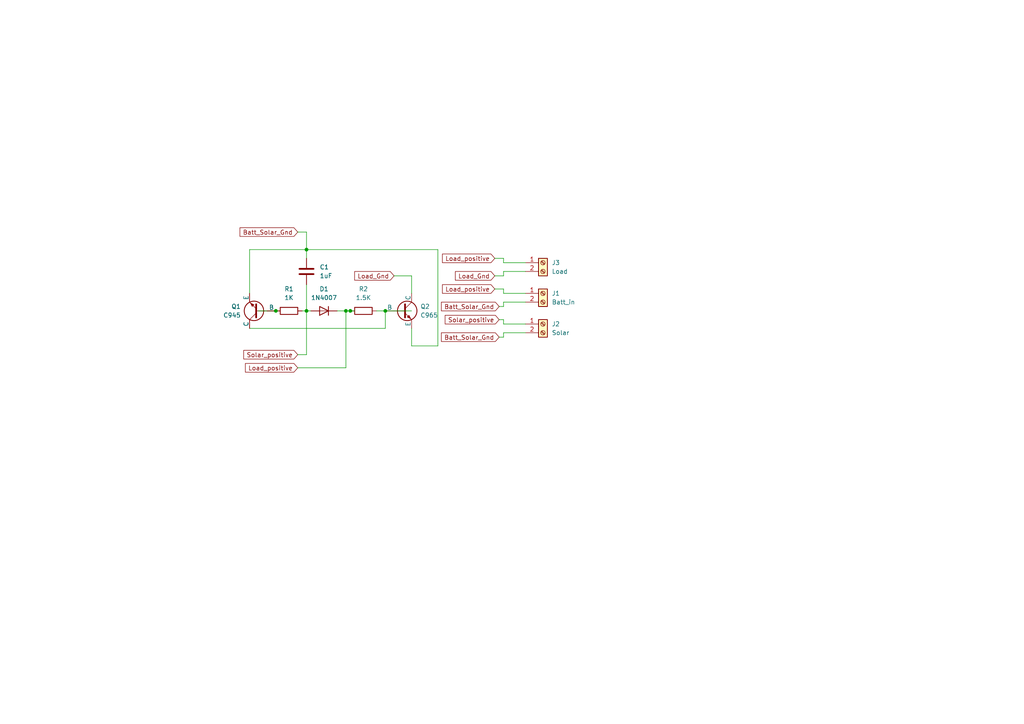
<source format=kicad_sch>
(kicad_sch
	(version 20231120)
	(generator "eeschema")
	(generator_version "8.0")
	(uuid "14dc060d-545e-4895-adae-17c989b4ed95")
	(paper "A4")
	(lib_symbols
		(symbol "Connector:Screw_Terminal_01x02"
			(pin_names
				(offset 1.016) hide)
			(exclude_from_sim no)
			(in_bom yes)
			(on_board yes)
			(property "Reference" "J"
				(at 0 2.54 0)
				(effects
					(font
						(size 1.27 1.27)
					)
				)
			)
			(property "Value" "Screw_Terminal_01x02"
				(at 0 -5.08 0)
				(effects
					(font
						(size 1.27 1.27)
					)
				)
			)
			(property "Footprint" ""
				(at 0 0 0)
				(effects
					(font
						(size 1.27 1.27)
					)
					(hide yes)
				)
			)
			(property "Datasheet" "~"
				(at 0 0 0)
				(effects
					(font
						(size 1.27 1.27)
					)
					(hide yes)
				)
			)
			(property "Description" "Generic screw terminal, single row, 01x02, script generated (kicad-library-utils/schlib/autogen/connector/)"
				(at 0 0 0)
				(effects
					(font
						(size 1.27 1.27)
					)
					(hide yes)
				)
			)
			(property "ki_keywords" "screw terminal"
				(at 0 0 0)
				(effects
					(font
						(size 1.27 1.27)
					)
					(hide yes)
				)
			)
			(property "ki_fp_filters" "TerminalBlock*:*"
				(at 0 0 0)
				(effects
					(font
						(size 1.27 1.27)
					)
					(hide yes)
				)
			)
			(symbol "Screw_Terminal_01x02_1_1"
				(rectangle
					(start -1.27 1.27)
					(end 1.27 -3.81)
					(stroke
						(width 0.254)
						(type default)
					)
					(fill
						(type background)
					)
				)
				(circle
					(center 0 -2.54)
					(radius 0.635)
					(stroke
						(width 0.1524)
						(type default)
					)
					(fill
						(type none)
					)
				)
				(polyline
					(pts
						(xy -0.5334 -2.2098) (xy 0.3302 -3.048)
					)
					(stroke
						(width 0.1524)
						(type default)
					)
					(fill
						(type none)
					)
				)
				(polyline
					(pts
						(xy -0.5334 0.3302) (xy 0.3302 -0.508)
					)
					(stroke
						(width 0.1524)
						(type default)
					)
					(fill
						(type none)
					)
				)
				(polyline
					(pts
						(xy -0.3556 -2.032) (xy 0.508 -2.8702)
					)
					(stroke
						(width 0.1524)
						(type default)
					)
					(fill
						(type none)
					)
				)
				(polyline
					(pts
						(xy -0.3556 0.508) (xy 0.508 -0.3302)
					)
					(stroke
						(width 0.1524)
						(type default)
					)
					(fill
						(type none)
					)
				)
				(circle
					(center 0 0)
					(radius 0.635)
					(stroke
						(width 0.1524)
						(type default)
					)
					(fill
						(type none)
					)
				)
				(pin passive line
					(at -5.08 0 0)
					(length 3.81)
					(name "Pin_1"
						(effects
							(font
								(size 1.27 1.27)
							)
						)
					)
					(number "1"
						(effects
							(font
								(size 1.27 1.27)
							)
						)
					)
				)
				(pin passive line
					(at -5.08 -2.54 0)
					(length 3.81)
					(name "Pin_2"
						(effects
							(font
								(size 1.27 1.27)
							)
						)
					)
					(number "2"
						(effects
							(font
								(size 1.27 1.27)
							)
						)
					)
				)
			)
		)
		(symbol "Device:C"
			(pin_numbers hide)
			(pin_names
				(offset 0.254)
			)
			(exclude_from_sim no)
			(in_bom yes)
			(on_board yes)
			(property "Reference" "C"
				(at 0.635 2.54 0)
				(effects
					(font
						(size 1.27 1.27)
					)
					(justify left)
				)
			)
			(property "Value" "C"
				(at 0.635 -2.54 0)
				(effects
					(font
						(size 1.27 1.27)
					)
					(justify left)
				)
			)
			(property "Footprint" ""
				(at 0.9652 -3.81 0)
				(effects
					(font
						(size 1.27 1.27)
					)
					(hide yes)
				)
			)
			(property "Datasheet" "~"
				(at 0 0 0)
				(effects
					(font
						(size 1.27 1.27)
					)
					(hide yes)
				)
			)
			(property "Description" "Unpolarized capacitor"
				(at 0 0 0)
				(effects
					(font
						(size 1.27 1.27)
					)
					(hide yes)
				)
			)
			(property "ki_keywords" "cap capacitor"
				(at 0 0 0)
				(effects
					(font
						(size 1.27 1.27)
					)
					(hide yes)
				)
			)
			(property "ki_fp_filters" "C_*"
				(at 0 0 0)
				(effects
					(font
						(size 1.27 1.27)
					)
					(hide yes)
				)
			)
			(symbol "C_0_1"
				(polyline
					(pts
						(xy -2.032 -0.762) (xy 2.032 -0.762)
					)
					(stroke
						(width 0.508)
						(type default)
					)
					(fill
						(type none)
					)
				)
				(polyline
					(pts
						(xy -2.032 0.762) (xy 2.032 0.762)
					)
					(stroke
						(width 0.508)
						(type default)
					)
					(fill
						(type none)
					)
				)
			)
			(symbol "C_1_1"
				(pin passive line
					(at 0 3.81 270)
					(length 2.794)
					(name "~"
						(effects
							(font
								(size 1.27 1.27)
							)
						)
					)
					(number "1"
						(effects
							(font
								(size 1.27 1.27)
							)
						)
					)
				)
				(pin passive line
					(at 0 -3.81 90)
					(length 2.794)
					(name "~"
						(effects
							(font
								(size 1.27 1.27)
							)
						)
					)
					(number "2"
						(effects
							(font
								(size 1.27 1.27)
							)
						)
					)
				)
			)
		)
		(symbol "Device:D"
			(pin_numbers hide)
			(pin_names
				(offset 1.016) hide)
			(exclude_from_sim no)
			(in_bom yes)
			(on_board yes)
			(property "Reference" "D"
				(at 0 2.54 0)
				(effects
					(font
						(size 1.27 1.27)
					)
				)
			)
			(property "Value" "D"
				(at 0 -2.54 0)
				(effects
					(font
						(size 1.27 1.27)
					)
				)
			)
			(property "Footprint" ""
				(at 0 0 0)
				(effects
					(font
						(size 1.27 1.27)
					)
					(hide yes)
				)
			)
			(property "Datasheet" "~"
				(at 0 0 0)
				(effects
					(font
						(size 1.27 1.27)
					)
					(hide yes)
				)
			)
			(property "Description" "Diode"
				(at 0 0 0)
				(effects
					(font
						(size 1.27 1.27)
					)
					(hide yes)
				)
			)
			(property "Sim.Device" "D"
				(at 0 0 0)
				(effects
					(font
						(size 1.27 1.27)
					)
					(hide yes)
				)
			)
			(property "Sim.Pins" "1=K 2=A"
				(at 0 0 0)
				(effects
					(font
						(size 1.27 1.27)
					)
					(hide yes)
				)
			)
			(property "ki_keywords" "diode"
				(at 0 0 0)
				(effects
					(font
						(size 1.27 1.27)
					)
					(hide yes)
				)
			)
			(property "ki_fp_filters" "TO-???* *_Diode_* *SingleDiode* D_*"
				(at 0 0 0)
				(effects
					(font
						(size 1.27 1.27)
					)
					(hide yes)
				)
			)
			(symbol "D_0_1"
				(polyline
					(pts
						(xy -1.27 1.27) (xy -1.27 -1.27)
					)
					(stroke
						(width 0.254)
						(type default)
					)
					(fill
						(type none)
					)
				)
				(polyline
					(pts
						(xy 1.27 0) (xy -1.27 0)
					)
					(stroke
						(width 0)
						(type default)
					)
					(fill
						(type none)
					)
				)
				(polyline
					(pts
						(xy 1.27 1.27) (xy 1.27 -1.27) (xy -1.27 0) (xy 1.27 1.27)
					)
					(stroke
						(width 0.254)
						(type default)
					)
					(fill
						(type none)
					)
				)
			)
			(symbol "D_1_1"
				(pin passive line
					(at -3.81 0 0)
					(length 2.54)
					(name "K"
						(effects
							(font
								(size 1.27 1.27)
							)
						)
					)
					(number "1"
						(effects
							(font
								(size 1.27 1.27)
							)
						)
					)
				)
				(pin passive line
					(at 3.81 0 180)
					(length 2.54)
					(name "A"
						(effects
							(font
								(size 1.27 1.27)
							)
						)
					)
					(number "2"
						(effects
							(font
								(size 1.27 1.27)
							)
						)
					)
				)
			)
		)
		(symbol "Device:R"
			(pin_numbers hide)
			(pin_names
				(offset 0)
			)
			(exclude_from_sim no)
			(in_bom yes)
			(on_board yes)
			(property "Reference" "R"
				(at 2.032 0 90)
				(effects
					(font
						(size 1.27 1.27)
					)
				)
			)
			(property "Value" "R"
				(at 0 0 90)
				(effects
					(font
						(size 1.27 1.27)
					)
				)
			)
			(property "Footprint" ""
				(at -1.778 0 90)
				(effects
					(font
						(size 1.27 1.27)
					)
					(hide yes)
				)
			)
			(property "Datasheet" "~"
				(at 0 0 0)
				(effects
					(font
						(size 1.27 1.27)
					)
					(hide yes)
				)
			)
			(property "Description" "Resistor"
				(at 0 0 0)
				(effects
					(font
						(size 1.27 1.27)
					)
					(hide yes)
				)
			)
			(property "ki_keywords" "R res resistor"
				(at 0 0 0)
				(effects
					(font
						(size 1.27 1.27)
					)
					(hide yes)
				)
			)
			(property "ki_fp_filters" "R_*"
				(at 0 0 0)
				(effects
					(font
						(size 1.27 1.27)
					)
					(hide yes)
				)
			)
			(symbol "R_0_1"
				(rectangle
					(start -1.016 -2.54)
					(end 1.016 2.54)
					(stroke
						(width 0.254)
						(type default)
					)
					(fill
						(type none)
					)
				)
			)
			(symbol "R_1_1"
				(pin passive line
					(at 0 3.81 270)
					(length 1.27)
					(name "~"
						(effects
							(font
								(size 1.27 1.27)
							)
						)
					)
					(number "1"
						(effects
							(font
								(size 1.27 1.27)
							)
						)
					)
				)
				(pin passive line
					(at 0 -3.81 90)
					(length 1.27)
					(name "~"
						(effects
							(font
								(size 1.27 1.27)
							)
						)
					)
					(number "2"
						(effects
							(font
								(size 1.27 1.27)
							)
						)
					)
				)
			)
		)
		(symbol "Simulation_SPICE:NPN"
			(pin_numbers hide)
			(pin_names
				(offset 0)
			)
			(exclude_from_sim no)
			(in_bom yes)
			(on_board yes)
			(property "Reference" "Q"
				(at -2.54 7.62 0)
				(effects
					(font
						(size 1.27 1.27)
					)
				)
			)
			(property "Value" "NPN"
				(at -2.54 5.08 0)
				(effects
					(font
						(size 1.27 1.27)
					)
				)
			)
			(property "Footprint" ""
				(at 63.5 0 0)
				(effects
					(font
						(size 1.27 1.27)
					)
					(hide yes)
				)
			)
			(property "Datasheet" "https://ngspice.sourceforge.io/docs/ngspice-html-manual/manual.xhtml#cha_BJTs"
				(at 63.5 0 0)
				(effects
					(font
						(size 1.27 1.27)
					)
					(hide yes)
				)
			)
			(property "Description" "Bipolar transistor symbol for simulation only, substrate tied to the emitter"
				(at 0 0 0)
				(effects
					(font
						(size 1.27 1.27)
					)
					(hide yes)
				)
			)
			(property "Sim.Device" "NPN"
				(at 0 0 0)
				(effects
					(font
						(size 1.27 1.27)
					)
					(hide yes)
				)
			)
			(property "Sim.Type" "GUMMELPOON"
				(at 0 0 0)
				(effects
					(font
						(size 1.27 1.27)
					)
					(hide yes)
				)
			)
			(property "Sim.Pins" "1=C 2=B 3=E"
				(at 0 0 0)
				(effects
					(font
						(size 1.27 1.27)
					)
					(hide yes)
				)
			)
			(property "ki_keywords" "simulation"
				(at 0 0 0)
				(effects
					(font
						(size 1.27 1.27)
					)
					(hide yes)
				)
			)
			(symbol "NPN_0_1"
				(polyline
					(pts
						(xy -2.54 0) (xy 0.635 0)
					)
					(stroke
						(width 0.1524)
						(type default)
					)
					(fill
						(type none)
					)
				)
				(polyline
					(pts
						(xy 0.635 0.635) (xy 2.54 2.54)
					)
					(stroke
						(width 0)
						(type default)
					)
					(fill
						(type none)
					)
				)
				(polyline
					(pts
						(xy 2.794 -1.27) (xy 2.794 -1.27)
					)
					(stroke
						(width 0.1524)
						(type default)
					)
					(fill
						(type none)
					)
				)
				(polyline
					(pts
						(xy 2.794 -1.27) (xy 2.794 -1.27)
					)
					(stroke
						(width 0.1524)
						(type default)
					)
					(fill
						(type none)
					)
				)
				(polyline
					(pts
						(xy 0.635 -0.635) (xy 2.54 -2.54) (xy 2.54 -2.54)
					)
					(stroke
						(width 0)
						(type default)
					)
					(fill
						(type none)
					)
				)
				(polyline
					(pts
						(xy 0.635 1.905) (xy 0.635 -1.905) (xy 0.635 -1.905)
					)
					(stroke
						(width 0.508)
						(type default)
					)
					(fill
						(type none)
					)
				)
				(polyline
					(pts
						(xy 1.27 -1.778) (xy 1.778 -1.27) (xy 2.286 -2.286) (xy 1.27 -1.778) (xy 1.27 -1.778)
					)
					(stroke
						(width 0)
						(type default)
					)
					(fill
						(type outline)
					)
				)
				(circle
					(center 1.27 0)
					(radius 2.8194)
					(stroke
						(width 0.254)
						(type default)
					)
					(fill
						(type none)
					)
				)
			)
			(symbol "NPN_1_1"
				(pin open_collector line
					(at 2.54 5.08 270)
					(length 2.54)
					(name "C"
						(effects
							(font
								(size 1.27 1.27)
							)
						)
					)
					(number "1"
						(effects
							(font
								(size 1.27 1.27)
							)
						)
					)
				)
				(pin input line
					(at -5.08 0 0)
					(length 2.54)
					(name "B"
						(effects
							(font
								(size 1.27 1.27)
							)
						)
					)
					(number "2"
						(effects
							(font
								(size 1.27 1.27)
							)
						)
					)
				)
				(pin open_emitter line
					(at 2.54 -5.08 90)
					(length 2.54)
					(name "E"
						(effects
							(font
								(size 1.27 1.27)
							)
						)
					)
					(number "3"
						(effects
							(font
								(size 1.27 1.27)
							)
						)
					)
				)
			)
		)
	)
	(junction
		(at 88.9 90.17)
		(diameter 0)
		(color 0 0 0 0)
		(uuid "064f315e-1287-4fb6-99da-b34679e2252c")
	)
	(junction
		(at 100.33 90.17)
		(diameter 0)
		(color 0 0 0 0)
		(uuid "0a611fe7-eda9-445d-90d0-ad370f5a30fb")
	)
	(junction
		(at 101.6 90.17)
		(diameter 0)
		(color 0 0 0 0)
		(uuid "147cc714-12e4-40a8-bf84-9bd512192ec3")
	)
	(junction
		(at 111.76 90.17)
		(diameter 0)
		(color 0 0 0 0)
		(uuid "36fee098-c67c-4d1f-ad26-154798c72594")
	)
	(junction
		(at 80.01 90.17)
		(diameter 0)
		(color 0 0 0 0)
		(uuid "af47dde4-37a9-4d72-8d60-d5ef79f52f43")
	)
	(junction
		(at 88.9 72.39)
		(diameter 0)
		(color 0 0 0 0)
		(uuid "d3f944d4-08a1-4056-b133-ae1caf2f64e1")
	)
	(wire
		(pts
			(xy 88.9 82.55) (xy 88.9 90.17)
		)
		(stroke
			(width 0)
			(type default)
		)
		(uuid "1324e7bd-2180-48ce-8a78-8b6b093f607f")
	)
	(wire
		(pts
			(xy 146.05 83.82) (xy 146.05 85.09)
		)
		(stroke
			(width 0)
			(type default)
		)
		(uuid "142c0a0f-6eb9-4de4-824c-c0fef555c4ca")
	)
	(wire
		(pts
			(xy 143.51 83.82) (xy 146.05 83.82)
		)
		(stroke
			(width 0)
			(type default)
		)
		(uuid "2121700e-f019-4f49-81ec-f2a9162bb5fa")
	)
	(wire
		(pts
			(xy 146.05 87.63) (xy 152.4 87.63)
		)
		(stroke
			(width 0)
			(type default)
		)
		(uuid "2bd2f0f1-e4ed-4d24-b0d0-db45281d7cf9")
	)
	(wire
		(pts
			(xy 152.4 76.2) (xy 146.05 76.2)
		)
		(stroke
			(width 0)
			(type default)
		)
		(uuid "349cfba6-f749-42cd-b926-663ec0f49051")
	)
	(wire
		(pts
			(xy 119.38 95.25) (xy 119.38 100.33)
		)
		(stroke
			(width 0)
			(type default)
		)
		(uuid "35e242c3-38e9-4a46-a4b2-ab7d3a59e70f")
	)
	(wire
		(pts
			(xy 72.39 95.25) (xy 111.76 95.25)
		)
		(stroke
			(width 0)
			(type default)
		)
		(uuid "3a8e7075-b69e-4052-83ca-eba0de5221d5")
	)
	(wire
		(pts
			(xy 152.4 78.74) (xy 146.05 78.74)
		)
		(stroke
			(width 0)
			(type default)
		)
		(uuid "4a683cc4-d1e3-4a50-b10f-39dda05c26ab")
	)
	(wire
		(pts
			(xy 86.36 67.31) (xy 88.9 67.31)
		)
		(stroke
			(width 0)
			(type default)
		)
		(uuid "5190b6b1-983f-479f-92b4-c5fbb66ba42c")
	)
	(wire
		(pts
			(xy 144.78 97.79) (xy 146.05 97.79)
		)
		(stroke
			(width 0)
			(type default)
		)
		(uuid "56697936-904d-44ac-8924-5ac704f5e2e7")
	)
	(wire
		(pts
			(xy 101.6 90.17) (xy 102.87 90.17)
		)
		(stroke
			(width 0)
			(type default)
		)
		(uuid "5bb60f7f-0cc5-4dad-9910-cd0dc002aa74")
	)
	(wire
		(pts
			(xy 146.05 85.09) (xy 152.4 85.09)
		)
		(stroke
			(width 0)
			(type default)
		)
		(uuid "5c9da828-c82f-4f2a-94c6-755731abebd7")
	)
	(wire
		(pts
			(xy 146.05 96.52) (xy 152.4 96.52)
		)
		(stroke
			(width 0)
			(type default)
		)
		(uuid "61286bcd-77bf-467b-b315-691b4e047154")
	)
	(wire
		(pts
			(xy 72.39 85.09) (xy 72.39 72.39)
		)
		(stroke
			(width 0)
			(type default)
		)
		(uuid "689352a6-1950-412a-9aa5-a21a47b1f374")
	)
	(wire
		(pts
			(xy 100.33 90.17) (xy 101.6 90.17)
		)
		(stroke
			(width 0)
			(type default)
		)
		(uuid "6a683c5a-00c0-4030-a8ef-721b1f939f7d")
	)
	(wire
		(pts
			(xy 127 72.39) (xy 88.9 72.39)
		)
		(stroke
			(width 0)
			(type default)
		)
		(uuid "6b2bb3f5-6823-40e2-a96a-dd65cc85b9ce")
	)
	(wire
		(pts
			(xy 100.33 106.68) (xy 100.33 90.17)
		)
		(stroke
			(width 0)
			(type default)
		)
		(uuid "7442933e-bbf1-4d27-8889-6deb7834ed8a")
	)
	(wire
		(pts
			(xy 111.76 90.17) (xy 119.38 90.17)
		)
		(stroke
			(width 0)
			(type default)
		)
		(uuid "772c1d3f-c072-45e1-9ea5-1c69ba455103")
	)
	(wire
		(pts
			(xy 88.9 90.17) (xy 90.17 90.17)
		)
		(stroke
			(width 0)
			(type default)
		)
		(uuid "7743027c-fe5b-41ff-b27b-e398df152b80")
	)
	(wire
		(pts
			(xy 146.05 93.98) (xy 146.05 92.71)
		)
		(stroke
			(width 0)
			(type default)
		)
		(uuid "7ec2ec4d-2e9f-4756-b91d-89be04049c11")
	)
	(wire
		(pts
			(xy 86.36 106.68) (xy 100.33 106.68)
		)
		(stroke
			(width 0)
			(type default)
		)
		(uuid "7eec45c7-a092-49e5-82a5-c14a6b14a0df")
	)
	(wire
		(pts
			(xy 146.05 78.74) (xy 146.05 80.01)
		)
		(stroke
			(width 0)
			(type default)
		)
		(uuid "8f1e2277-a8d6-4cc9-bd58-9cd9e7cd4ca5")
	)
	(wire
		(pts
			(xy 97.79 90.17) (xy 100.33 90.17)
		)
		(stroke
			(width 0)
			(type default)
		)
		(uuid "90910d72-88b7-43b3-bedc-7cc45643a50d")
	)
	(wire
		(pts
			(xy 144.78 88.9) (xy 146.05 88.9)
		)
		(stroke
			(width 0)
			(type default)
		)
		(uuid "96e15147-10fe-4094-a3fc-246d44bc2110")
	)
	(wire
		(pts
			(xy 88.9 102.87) (xy 88.9 90.17)
		)
		(stroke
			(width 0)
			(type default)
		)
		(uuid "99b67009-9b88-44d7-b806-6d7d751a633d")
	)
	(wire
		(pts
			(xy 146.05 96.52) (xy 146.05 97.79)
		)
		(stroke
			(width 0)
			(type default)
		)
		(uuid "a0e35664-70cb-46dd-83ce-cb9ef72d9514")
	)
	(wire
		(pts
			(xy 146.05 76.2) (xy 146.05 74.93)
		)
		(stroke
			(width 0)
			(type default)
		)
		(uuid "a24e5b18-6b07-4094-b3b3-8857a27b2087")
	)
	(wire
		(pts
			(xy 72.39 72.39) (xy 88.9 72.39)
		)
		(stroke
			(width 0)
			(type default)
		)
		(uuid "a82f65b3-cdda-4d4a-925e-bcbb70616058")
	)
	(wire
		(pts
			(xy 144.78 92.71) (xy 146.05 92.71)
		)
		(stroke
			(width 0)
			(type default)
		)
		(uuid "ad28b3e6-5e62-487a-a9a1-c016f159b03f")
	)
	(wire
		(pts
			(xy 87.63 90.17) (xy 88.9 90.17)
		)
		(stroke
			(width 0)
			(type default)
		)
		(uuid "b0546cc7-9843-497c-ae04-fa84162e549b")
	)
	(wire
		(pts
			(xy 146.05 80.01) (xy 143.51 80.01)
		)
		(stroke
			(width 0)
			(type default)
		)
		(uuid "b313ba18-0697-47f1-97b8-8bc028d27d34")
	)
	(wire
		(pts
			(xy 111.76 95.25) (xy 111.76 90.17)
		)
		(stroke
			(width 0)
			(type default)
		)
		(uuid "b4a01b2c-8290-4042-94ff-50c4b04f9f87")
	)
	(wire
		(pts
			(xy 114.3 80.01) (xy 119.38 80.01)
		)
		(stroke
			(width 0)
			(type default)
		)
		(uuid "bebbc46e-6973-43c9-8919-06d151772991")
	)
	(wire
		(pts
			(xy 152.4 93.98) (xy 146.05 93.98)
		)
		(stroke
			(width 0)
			(type default)
		)
		(uuid "c3646a78-8c0c-4ff6-b93c-bab4d7a849fc")
	)
	(wire
		(pts
			(xy 146.05 87.63) (xy 146.05 88.9)
		)
		(stroke
			(width 0)
			(type default)
		)
		(uuid "c7cc5837-d54d-44bd-8fc3-055757344f09")
	)
	(wire
		(pts
			(xy 74.93 90.17) (xy 80.01 90.17)
		)
		(stroke
			(width 0)
			(type default)
		)
		(uuid "c8de99a2-5400-4b9a-92d6-4c4e889d77b2")
	)
	(wire
		(pts
			(xy 119.38 100.33) (xy 127 100.33)
		)
		(stroke
			(width 0)
			(type default)
		)
		(uuid "cf39a73d-fdbd-4ed7-a109-81a0a70b9371")
	)
	(wire
		(pts
			(xy 146.05 74.93) (xy 143.51 74.93)
		)
		(stroke
			(width 0)
			(type default)
		)
		(uuid "ecd9f932-04b1-4ed4-b790-817778024719")
	)
	(wire
		(pts
			(xy 88.9 72.39) (xy 88.9 74.93)
		)
		(stroke
			(width 0)
			(type default)
		)
		(uuid "f04971ca-c180-49aa-a166-8ebb54505f0b")
	)
	(wire
		(pts
			(xy 119.38 85.09) (xy 119.38 80.01)
		)
		(stroke
			(width 0)
			(type default)
		)
		(uuid "f69d2bec-5a0a-4bd1-b01d-0b7434fcf416")
	)
	(wire
		(pts
			(xy 109.22 90.17) (xy 111.76 90.17)
		)
		(stroke
			(width 0)
			(type default)
		)
		(uuid "f9c12834-07ec-4d1a-929b-a9aa356efe52")
	)
	(wire
		(pts
			(xy 88.9 67.31) (xy 88.9 72.39)
		)
		(stroke
			(width 0)
			(type default)
		)
		(uuid "f9e94fb7-6afe-49d3-921e-a14d8e4dec43")
	)
	(wire
		(pts
			(xy 86.36 102.87) (xy 88.9 102.87)
		)
		(stroke
			(width 0)
			(type default)
		)
		(uuid "fbb00169-ddcb-49ff-a725-8321cb026af9")
	)
	(wire
		(pts
			(xy 127 100.33) (xy 127 72.39)
		)
		(stroke
			(width 0)
			(type default)
		)
		(uuid "fbba4c96-173b-43a9-9255-bf99f7e9178c")
	)
	(global_label "Solar_positive"
		(shape input)
		(at 86.36 102.87 180)
		(fields_autoplaced yes)
		(effects
			(font
				(size 1.27 1.27)
			)
			(justify right)
		)
		(uuid "04d0a795-4acd-4006-8d48-7f7df045fbab")
		(property "Intersheetrefs" "${INTERSHEET_REFS}"
			(at 70.1307 102.87 0)
			(effects
				(font
					(size 1.27 1.27)
				)
				(justify right)
				(hide yes)
			)
		)
	)
	(global_label "Batt_Solar_Gnd"
		(shape input)
		(at 86.36 67.31 180)
		(fields_autoplaced yes)
		(effects
			(font
				(size 1.27 1.27)
			)
			(justify right)
		)
		(uuid "1df9eba8-36ea-4dbc-8ee2-3e96bab95f93")
		(property "Intersheetrefs" "${INTERSHEET_REFS}"
			(at 69.0423 67.31 0)
			(effects
				(font
					(size 1.27 1.27)
				)
				(justify right)
				(hide yes)
			)
		)
	)
	(global_label "Load_positive"
		(shape input)
		(at 143.51 74.93 180)
		(fields_autoplaced yes)
		(effects
			(font
				(size 1.27 1.27)
			)
			(justify right)
		)
		(uuid "794f518d-c5b9-42ac-90a0-181a6ce47ae3")
		(property "Intersheetrefs" "${INTERSHEET_REFS}"
			(at 127.7645 74.93 0)
			(effects
				(font
					(size 1.27 1.27)
				)
				(justify right)
				(hide yes)
			)
		)
	)
	(global_label "Load_Gnd"
		(shape input)
		(at 114.3 80.01 180)
		(fields_autoplaced yes)
		(effects
			(font
				(size 1.27 1.27)
			)
			(justify right)
		)
		(uuid "9b0e41f0-2e72-4f99-b107-d622529e6471")
		(property "Intersheetrefs" "${INTERSHEET_REFS}"
			(at 102.3041 80.01 0)
			(effects
				(font
					(size 1.27 1.27)
				)
				(justify right)
				(hide yes)
			)
		)
	)
	(global_label "Load_Gnd"
		(shape input)
		(at 143.51 80.01 180)
		(fields_autoplaced yes)
		(effects
			(font
				(size 1.27 1.27)
			)
			(justify right)
		)
		(uuid "9b1b06d3-c82e-43b4-bfd0-9dbd2e5b230a")
		(property "Intersheetrefs" "${INTERSHEET_REFS}"
			(at 131.5141 80.01 0)
			(effects
				(font
					(size 1.27 1.27)
				)
				(justify right)
				(hide yes)
			)
		)
	)
	(global_label "Load_positive"
		(shape input)
		(at 86.36 106.68 180)
		(fields_autoplaced yes)
		(effects
			(font
				(size 1.27 1.27)
			)
			(justify right)
		)
		(uuid "a05ae4e8-bb8d-4b3d-95c5-e6fdea53ceaa")
		(property "Intersheetrefs" "${INTERSHEET_REFS}"
			(at 70.6145 106.68 0)
			(effects
				(font
					(size 1.27 1.27)
				)
				(justify right)
				(hide yes)
			)
		)
	)
	(global_label "Batt_Solar_Gnd"
		(shape input)
		(at 144.78 88.9 180)
		(fields_autoplaced yes)
		(effects
			(font
				(size 1.27 1.27)
			)
			(justify right)
		)
		(uuid "db65b082-866a-40c6-9802-c626cb087911")
		(property "Intersheetrefs" "${INTERSHEET_REFS}"
			(at 127.4623 88.9 0)
			(effects
				(font
					(size 1.27 1.27)
				)
				(justify right)
				(hide yes)
			)
		)
	)
	(global_label "Batt_Solar_Gnd"
		(shape input)
		(at 144.78 97.79 180)
		(fields_autoplaced yes)
		(effects
			(font
				(size 1.27 1.27)
			)
			(justify right)
		)
		(uuid "e2d251ae-e3ac-405b-a82d-d758148f6679")
		(property "Intersheetrefs" "${INTERSHEET_REFS}"
			(at 127.4623 97.79 0)
			(effects
				(font
					(size 1.27 1.27)
				)
				(justify right)
				(hide yes)
			)
		)
	)
	(global_label "Load_positive"
		(shape input)
		(at 143.51 83.82 180)
		(fields_autoplaced yes)
		(effects
			(font
				(size 1.27 1.27)
			)
			(justify right)
		)
		(uuid "e735abc6-02d8-451c-a885-bec9bfdb7fee")
		(property "Intersheetrefs" "${INTERSHEET_REFS}"
			(at 127.7645 83.82 0)
			(effects
				(font
					(size 1.27 1.27)
				)
				(justify right)
				(hide yes)
			)
		)
	)
	(global_label "Solar_positive"
		(shape input)
		(at 144.78 92.71 180)
		(fields_autoplaced yes)
		(effects
			(font
				(size 1.27 1.27)
			)
			(justify right)
		)
		(uuid "ff2ae9fd-8f53-444d-b157-1765b319a989")
		(property "Intersheetrefs" "${INTERSHEET_REFS}"
			(at 128.5507 92.71 0)
			(effects
				(font
					(size 1.27 1.27)
				)
				(justify right)
				(hide yes)
			)
		)
	)
	(symbol
		(lib_id "Connector:Screw_Terminal_01x02")
		(at 157.48 76.2 0)
		(unit 1)
		(exclude_from_sim no)
		(in_bom yes)
		(on_board yes)
		(dnp no)
		(fields_autoplaced yes)
		(uuid "0e1449ae-a91c-4f4b-9954-80f5543dbcac")
		(property "Reference" "J3"
			(at 160.02 76.1999 0)
			(effects
				(font
					(size 1.27 1.27)
				)
				(justify left)
			)
		)
		(property "Value" "Load"
			(at 160.02 78.7399 0)
			(effects
				(font
					(size 1.27 1.27)
				)
				(justify left)
			)
		)
		(property "Footprint" "TerminalBlock:TerminalBlock_bornier-2_P5.08mm"
			(at 157.48 76.2 0)
			(effects
				(font
					(size 1.27 1.27)
				)
				(hide yes)
			)
		)
		(property "Datasheet" "~"
			(at 157.48 76.2 0)
			(effects
				(font
					(size 1.27 1.27)
				)
				(hide yes)
			)
		)
		(property "Description" "Generic screw terminal, single row, 01x02, script generated (kicad-library-utils/schlib/autogen/connector/)"
			(at 157.48 76.2 0)
			(effects
				(font
					(size 1.27 1.27)
				)
				(hide yes)
			)
		)
		(pin "2"
			(uuid "ec13c4f3-91a3-4cfc-a518-7c896efe899b")
		)
		(pin "1"
			(uuid "11eb8b88-ca9f-4d27-9e0a-2a14856cc34d")
		)
		(instances
			(project "SolarLight"
				(path "/14dc060d-545e-4895-adae-17c989b4ed95"
					(reference "J3")
					(unit 1)
				)
			)
		)
	)
	(symbol
		(lib_id "Simulation_SPICE:NPN")
		(at 74.93 90.17 180)
		(unit 1)
		(exclude_from_sim no)
		(in_bom yes)
		(on_board yes)
		(dnp no)
		(fields_autoplaced yes)
		(uuid "1237540f-ca56-433d-b4bc-25a5690ded68")
		(property "Reference" "Q1"
			(at 69.85 88.8999 0)
			(effects
				(font
					(size 1.27 1.27)
				)
				(justify left)
			)
		)
		(property "Value" "C945"
			(at 69.85 91.4399 0)
			(effects
				(font
					(size 1.27 1.27)
				)
				(justify left)
			)
		)
		(property "Footprint" "Package_TO_SOT_THT:TO-92L"
			(at 11.43 90.17 0)
			(effects
				(font
					(size 1.27 1.27)
				)
				(hide yes)
			)
		)
		(property "Datasheet" "https://ngspice.sourceforge.io/docs/ngspice-html-manual/manual.xhtml#cha_BJTs"
			(at 11.43 90.17 0)
			(effects
				(font
					(size 1.27 1.27)
				)
				(hide yes)
			)
		)
		(property "Description" "Bipolar transistor symbol for simulation only, substrate tied to the emitter"
			(at 74.93 90.17 0)
			(effects
				(font
					(size 1.27 1.27)
				)
				(hide yes)
			)
		)
		(property "Sim.Device" "NPN"
			(at 74.93 90.17 0)
			(effects
				(font
					(size 1.27 1.27)
				)
				(hide yes)
			)
		)
		(property "Sim.Type" "GUMMELPOON"
			(at 74.93 90.17 0)
			(effects
				(font
					(size 1.27 1.27)
				)
				(hide yes)
			)
		)
		(property "Sim.Pins" "1=C 2=B 3=E"
			(at 74.93 90.17 0)
			(effects
				(font
					(size 1.27 1.27)
				)
				(hide yes)
			)
		)
		(pin "3"
			(uuid "3048ac97-de26-4890-a845-53bf9718f8c5")
		)
		(pin "2"
			(uuid "8c873694-1da0-4d8c-a6a1-39c3b5b0f017")
		)
		(pin "1"
			(uuid "2533b79f-63f7-4b56-a5f2-0ab661e30574")
		)
		(instances
			(project ""
				(path "/14dc060d-545e-4895-adae-17c989b4ed95"
					(reference "Q1")
					(unit 1)
				)
			)
		)
	)
	(symbol
		(lib_id "Connector:Screw_Terminal_01x02")
		(at 157.48 85.09 0)
		(unit 1)
		(exclude_from_sim no)
		(in_bom yes)
		(on_board yes)
		(dnp no)
		(fields_autoplaced yes)
		(uuid "1ae4f269-cc98-456d-ab70-ba76947638ce")
		(property "Reference" "J1"
			(at 160.02 85.0899 0)
			(effects
				(font
					(size 1.27 1.27)
				)
				(justify left)
			)
		)
		(property "Value" "Batt_in"
			(at 160.02 87.6299 0)
			(effects
				(font
					(size 1.27 1.27)
				)
				(justify left)
			)
		)
		(property "Footprint" "TerminalBlock:TerminalBlock_bornier-2_P5.08mm"
			(at 157.48 85.09 0)
			(effects
				(font
					(size 1.27 1.27)
				)
				(hide yes)
			)
		)
		(property "Datasheet" "~"
			(at 157.48 85.09 0)
			(effects
				(font
					(size 1.27 1.27)
				)
				(hide yes)
			)
		)
		(property "Description" "Generic screw terminal, single row, 01x02, script generated (kicad-library-utils/schlib/autogen/connector/)"
			(at 157.48 85.09 0)
			(effects
				(font
					(size 1.27 1.27)
				)
				(hide yes)
			)
		)
		(pin "2"
			(uuid "0f000819-f3b0-4de0-98e0-06565711f5ea")
		)
		(pin "1"
			(uuid "16904924-7409-4301-9a8a-80ee67595fc2")
		)
		(instances
			(project ""
				(path "/14dc060d-545e-4895-adae-17c989b4ed95"
					(reference "J1")
					(unit 1)
				)
			)
		)
	)
	(symbol
		(lib_id "Connector:Screw_Terminal_01x02")
		(at 157.48 93.98 0)
		(unit 1)
		(exclude_from_sim no)
		(in_bom yes)
		(on_board yes)
		(dnp no)
		(fields_autoplaced yes)
		(uuid "2d5e1b58-cb94-4b65-a122-b9ca454e08ed")
		(property "Reference" "J2"
			(at 160.02 93.9799 0)
			(effects
				(font
					(size 1.27 1.27)
				)
				(justify left)
			)
		)
		(property "Value" "Solar"
			(at 160.02 96.5199 0)
			(effects
				(font
					(size 1.27 1.27)
				)
				(justify left)
			)
		)
		(property "Footprint" "TerminalBlock:TerminalBlock_bornier-2_P5.08mm"
			(at 157.48 93.98 0)
			(effects
				(font
					(size 1.27 1.27)
				)
				(hide yes)
			)
		)
		(property "Datasheet" "~"
			(at 157.48 93.98 0)
			(effects
				(font
					(size 1.27 1.27)
				)
				(hide yes)
			)
		)
		(property "Description" "Generic screw terminal, single row, 01x02, script generated (kicad-library-utils/schlib/autogen/connector/)"
			(at 157.48 93.98 0)
			(effects
				(font
					(size 1.27 1.27)
				)
				(hide yes)
			)
		)
		(pin "2"
			(uuid "76a70f36-d6af-483d-ab40-5d694323124f")
		)
		(pin "1"
			(uuid "7c024c91-19c4-4634-957f-a3e1cc86708f")
		)
		(instances
			(project "SolarLight"
				(path "/14dc060d-545e-4895-adae-17c989b4ed95"
					(reference "J2")
					(unit 1)
				)
			)
		)
	)
	(symbol
		(lib_id "Device:D")
		(at 93.98 90.17 180)
		(unit 1)
		(exclude_from_sim no)
		(in_bom yes)
		(on_board yes)
		(dnp no)
		(fields_autoplaced yes)
		(uuid "51af5bd2-2d67-4319-a25d-e617eea7ce5c")
		(property "Reference" "D1"
			(at 93.98 83.82 0)
			(effects
				(font
					(size 1.27 1.27)
				)
			)
		)
		(property "Value" "1N4007"
			(at 93.98 86.36 0)
			(effects
				(font
					(size 1.27 1.27)
				)
			)
		)
		(property "Footprint" "Diode_THT:D_A-405_P7.62mm_Horizontal"
			(at 93.98 90.17 0)
			(effects
				(font
					(size 1.27 1.27)
				)
				(hide yes)
			)
		)
		(property "Datasheet" "~"
			(at 93.98 90.17 0)
			(effects
				(font
					(size 1.27 1.27)
				)
				(hide yes)
			)
		)
		(property "Description" "Diode"
			(at 93.98 90.17 0)
			(effects
				(font
					(size 1.27 1.27)
				)
				(hide yes)
			)
		)
		(property "Sim.Device" "D"
			(at 93.98 90.17 0)
			(effects
				(font
					(size 1.27 1.27)
				)
				(hide yes)
			)
		)
		(property "Sim.Pins" "1=K 2=A"
			(at 93.98 90.17 0)
			(effects
				(font
					(size 1.27 1.27)
				)
				(hide yes)
			)
		)
		(pin "1"
			(uuid "48ead476-4717-4342-a286-498f6d18f165")
		)
		(pin "2"
			(uuid "c5ded55a-2e17-432a-b5e2-c8dfb24ce9fe")
		)
		(instances
			(project ""
				(path "/14dc060d-545e-4895-adae-17c989b4ed95"
					(reference "D1")
					(unit 1)
				)
			)
		)
	)
	(symbol
		(lib_id "Device:R")
		(at 83.82 90.17 90)
		(unit 1)
		(exclude_from_sim no)
		(in_bom yes)
		(on_board yes)
		(dnp no)
		(fields_autoplaced yes)
		(uuid "5f578f60-f5f3-4c65-8d98-fe65b8ceb996")
		(property "Reference" "R1"
			(at 83.82 83.82 90)
			(effects
				(font
					(size 1.27 1.27)
				)
			)
		)
		(property "Value" "1K"
			(at 83.82 86.36 90)
			(effects
				(font
					(size 1.27 1.27)
				)
			)
		)
		(property "Footprint" "Resistor_THT:R_Axial_DIN0204_L3.6mm_D1.6mm_P5.08mm_Horizontal"
			(at 83.82 91.948 90)
			(effects
				(font
					(size 1.27 1.27)
				)
				(hide yes)
			)
		)
		(property "Datasheet" "~"
			(at 83.82 90.17 0)
			(effects
				(font
					(size 1.27 1.27)
				)
				(hide yes)
			)
		)
		(property "Description" "Resistor"
			(at 83.82 90.17 0)
			(effects
				(font
					(size 1.27 1.27)
				)
				(hide yes)
			)
		)
		(pin "1"
			(uuid "52700ff6-9091-4f0d-9502-12c62edd2bcb")
		)
		(pin "2"
			(uuid "2e42983c-97a7-4de0-9781-b6bef41904b2")
		)
		(instances
			(project ""
				(path "/14dc060d-545e-4895-adae-17c989b4ed95"
					(reference "R1")
					(unit 1)
				)
			)
		)
	)
	(symbol
		(lib_id "Device:C")
		(at 88.9 78.74 180)
		(unit 1)
		(exclude_from_sim no)
		(in_bom yes)
		(on_board yes)
		(dnp no)
		(fields_autoplaced yes)
		(uuid "7aa51c98-5da4-45f0-a87c-b0e2a60a7d7e")
		(property "Reference" "C1"
			(at 92.71 77.4699 0)
			(effects
				(font
					(size 1.27 1.27)
				)
				(justify right)
			)
		)
		(property "Value" "1uF"
			(at 92.71 80.0099 0)
			(effects
				(font
					(size 1.27 1.27)
				)
				(justify right)
			)
		)
		(property "Footprint" "Capacitor_THT:CP_Radial_D4.0mm_P2.00mm"
			(at 87.9348 74.93 0)
			(effects
				(font
					(size 1.27 1.27)
				)
				(hide yes)
			)
		)
		(property "Datasheet" "~"
			(at 88.9 78.74 0)
			(effects
				(font
					(size 1.27 1.27)
				)
				(hide yes)
			)
		)
		(property "Description" "Unpolarized capacitor"
			(at 88.9 78.74 0)
			(effects
				(font
					(size 1.27 1.27)
				)
				(hide yes)
			)
		)
		(pin "2"
			(uuid "1cb650bb-dc28-4e31-b7e8-d46e8ddd6d2b")
		)
		(pin "1"
			(uuid "e56b7c51-d4b6-4bea-bde0-3a67e2d1548b")
		)
		(instances
			(project ""
				(path "/14dc060d-545e-4895-adae-17c989b4ed95"
					(reference "C1")
					(unit 1)
				)
			)
		)
	)
	(symbol
		(lib_id "Simulation_SPICE:NPN")
		(at 116.84 90.17 0)
		(unit 1)
		(exclude_from_sim no)
		(in_bom yes)
		(on_board yes)
		(dnp no)
		(fields_autoplaced yes)
		(uuid "9fdd5622-85cc-4325-b0e9-50e5b9c260e8")
		(property "Reference" "Q2"
			(at 121.92 88.8999 0)
			(effects
				(font
					(size 1.27 1.27)
				)
				(justify left)
			)
		)
		(property "Value" "C965"
			(at 121.92 91.4399 0)
			(effects
				(font
					(size 1.27 1.27)
				)
				(justify left)
			)
		)
		(property "Footprint" "Package_TO_SOT_THT:TO-92L"
			(at 180.34 90.17 0)
			(effects
				(font
					(size 1.27 1.27)
				)
				(hide yes)
			)
		)
		(property "Datasheet" "https://ngspice.sourceforge.io/docs/ngspice-html-manual/manual.xhtml#cha_BJTs"
			(at 180.34 90.17 0)
			(effects
				(font
					(size 1.27 1.27)
				)
				(hide yes)
			)
		)
		(property "Description" "Bipolar transistor symbol for simulation only, substrate tied to the emitter"
			(at 116.84 90.17 0)
			(effects
				(font
					(size 1.27 1.27)
				)
				(hide yes)
			)
		)
		(property "Sim.Device" "NPN"
			(at 116.84 90.17 0)
			(effects
				(font
					(size 1.27 1.27)
				)
				(hide yes)
			)
		)
		(property "Sim.Type" "GUMMELPOON"
			(at 116.84 90.17 0)
			(effects
				(font
					(size 1.27 1.27)
				)
				(hide yes)
			)
		)
		(property "Sim.Pins" "1=C 2=B 3=E"
			(at 116.84 90.17 0)
			(effects
				(font
					(size 1.27 1.27)
				)
				(hide yes)
			)
		)
		(pin "3"
			(uuid "e13b843b-3f90-4440-a1f7-117a735ea1c8")
		)
		(pin "2"
			(uuid "213cb4d8-2c44-46cf-9004-45f74781080e")
		)
		(pin "1"
			(uuid "576b0d69-393c-4cf3-8c88-de3077db55e6")
		)
		(instances
			(project "SolarLight"
				(path "/14dc060d-545e-4895-adae-17c989b4ed95"
					(reference "Q2")
					(unit 1)
				)
			)
		)
	)
	(symbol
		(lib_id "Device:R")
		(at 105.41 90.17 90)
		(unit 1)
		(exclude_from_sim no)
		(in_bom yes)
		(on_board yes)
		(dnp no)
		(fields_autoplaced yes)
		(uuid "d6e1de5f-a63e-4ee1-aac5-41404df488b7")
		(property "Reference" "R2"
			(at 105.41 83.82 90)
			(effects
				(font
					(size 1.27 1.27)
				)
			)
		)
		(property "Value" "1.5K"
			(at 105.41 86.36 90)
			(effects
				(font
					(size 1.27 1.27)
				)
			)
		)
		(property "Footprint" "Resistor_THT:R_Axial_DIN0204_L3.6mm_D1.6mm_P5.08mm_Horizontal"
			(at 105.41 91.948 90)
			(effects
				(font
					(size 1.27 1.27)
				)
				(hide yes)
			)
		)
		(property "Datasheet" "~"
			(at 105.41 90.17 0)
			(effects
				(font
					(size 1.27 1.27)
				)
				(hide yes)
			)
		)
		(property "Description" "Resistor"
			(at 105.41 90.17 0)
			(effects
				(font
					(size 1.27 1.27)
				)
				(hide yes)
			)
		)
		(pin "2"
			(uuid "120b5be5-d0d9-4a4a-9d66-d932337ce208")
		)
		(pin "1"
			(uuid "e90e9d9b-1e29-4fd9-bbcb-a71a09566975")
		)
		(instances
			(project ""
				(path "/14dc060d-545e-4895-adae-17c989b4ed95"
					(reference "R2")
					(unit 1)
				)
			)
		)
	)
	(sheet_instances
		(path "/"
			(page "1")
		)
	)
)

</source>
